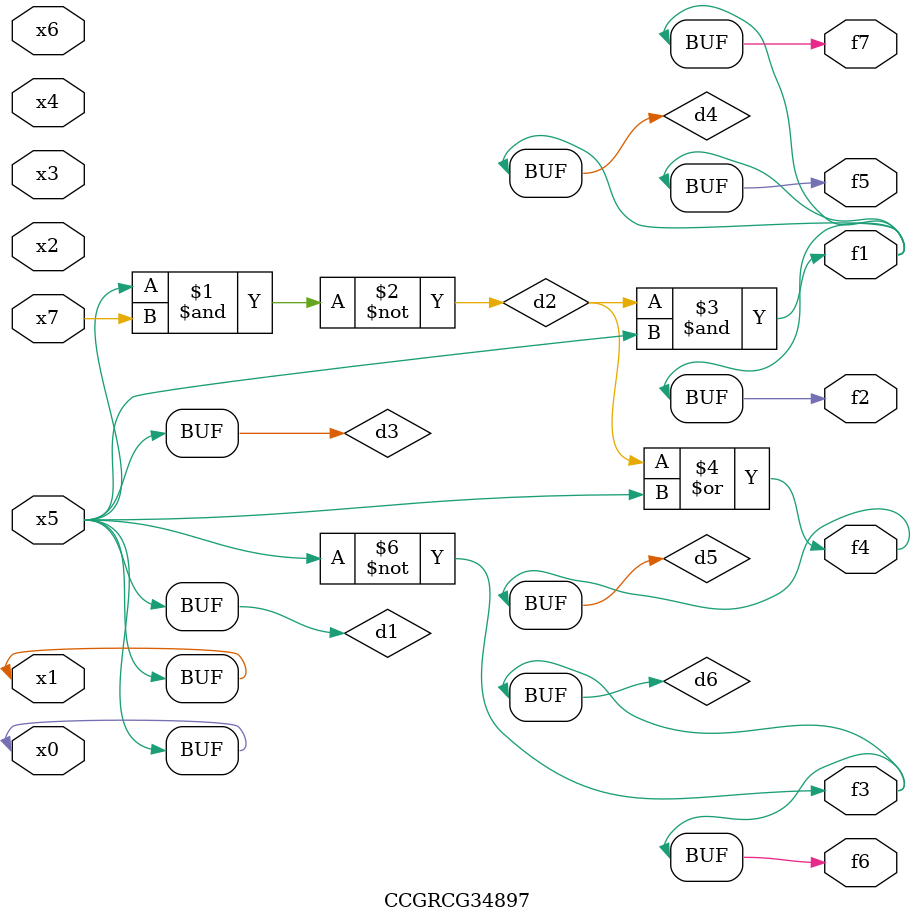
<source format=v>
module CCGRCG34897(
	input x0, x1, x2, x3, x4, x5, x6, x7,
	output f1, f2, f3, f4, f5, f6, f7
);

	wire d1, d2, d3, d4, d5, d6;

	buf (d1, x0, x5);
	nand (d2, x5, x7);
	buf (d3, x0, x1);
	and (d4, d2, d3);
	or (d5, d2, d3);
	nor (d6, d1, d3);
	assign f1 = d4;
	assign f2 = d4;
	assign f3 = d6;
	assign f4 = d5;
	assign f5 = d4;
	assign f6 = d6;
	assign f7 = d4;
endmodule

</source>
